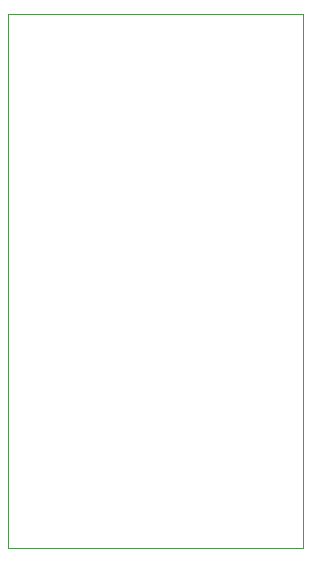
<source format=gbr>
%TF.GenerationSoftware,KiCad,Pcbnew,8.0.5*%
%TF.CreationDate,2024-12-17T10:43:13+01:00*%
%TF.ProjectId,ffc2hdmi,66666332-6864-46d6-992e-6b696361645f,rev?*%
%TF.SameCoordinates,Original*%
%TF.FileFunction,Profile,NP*%
%FSLAX46Y46*%
G04 Gerber Fmt 4.6, Leading zero omitted, Abs format (unit mm)*
G04 Created by KiCad (PCBNEW 8.0.5) date 2024-12-17 10:43:13*
%MOMM*%
%LPD*%
G01*
G04 APERTURE LIST*
%TA.AperFunction,Profile*%
%ADD10C,0.050000*%
%TD*%
G04 APERTURE END LIST*
D10*
X136001100Y-79050000D02*
X161001100Y-79050000D01*
X161001100Y-124300000D01*
X136001100Y-124300000D01*
X136001100Y-79050000D01*
M02*

</source>
